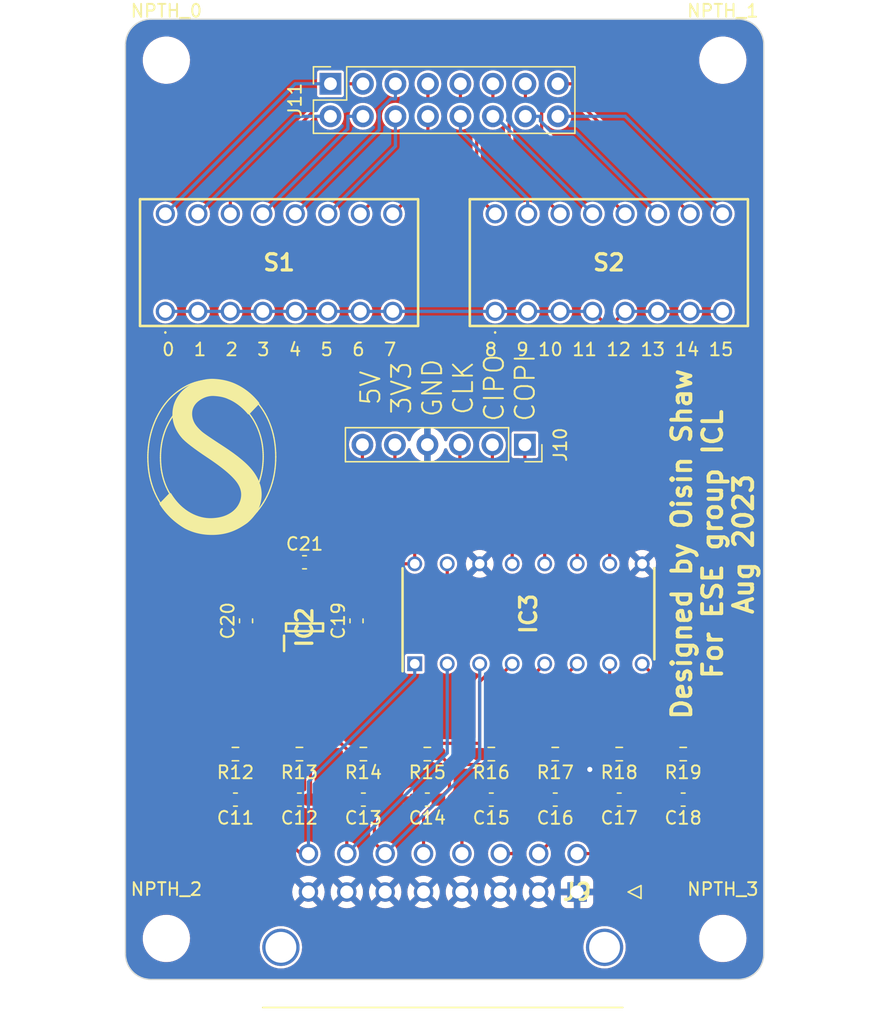
<source format=kicad_pcb>
(kicad_pcb (version 20211014) (generator pcbnew)
  (layers (0 "F.Cu" signal) (31 "B.Cu" signal) (34 "B.Paste" user) (35 "F.Paste" user) (36 "B.SilkS" user "B.Silkscreen") (37 "F.SilkS" user "F.Silkscreen") (38 "B.Mask" user) (39 "F.Mask" user) (44 "Edge.Cuts" user))
  (net 0 "")
  (net 1 "NTC_ADC_CH0")
  (net 2 "GNDD")
  (net 3 "NTC_ADC_CH1")
  (net 4 "NTC_ADC_CH2")
  (net 5 "NTC_ADC_CH3")
  (net 6 "NTC_ADC_CH4")
  (net 7 "NTC_ADC_CH5")
  (net 8 "NTC_ADC_CH6")
  (net 9 "NTC_ADC_CH7")
  (net 10 "+3.3V")
  (net 11 "3V3_ref_NTC_ADC")
  (net 12 "+5V")
  (net 13 "NTC_ADC_CS")
  (net 14 "ADC_SPI_MOSI")
  (net 15 "ADC_SPI_MISO")
  (net 16 "ADC_SPI_CLK")
  (net 17 "NTC_ADC_CS_00")
  (net 18 "NTC_ADC_CS_01")
  (net 19 "NTC_ADC_CS_02")
  (net 20 "NTC_ADC_CS_03")
  (net 21 "NTC_ADC_CS_04")
  (net 22 "NTC_ADC_CS_05")
  (net 23 "NTC_ADC_CS_06")
  (net 24 "NTC_ADC_CS_07")
  (net 25 "NTC_ADC_CS_08")
  (net 26 "NTC_ADC_CS_09")
  (net 27 "NTC_ADC_CS_10")
  (net 28 "NTC_ADC_CS_11")
  (net 29 "NTC_ADC_CS_12")
  (net 30 "NTC_ADC_CS_13")
  (net 31 "NTC_ADC_CS_14")
  (net 32 "NTC_ADC_CS_15")
  (footprint "Connector_PinSocket_2.54mm:PinSocket_2x08_P2.54mm_Vertical" (layer "F.Cu") (at 34.3251 32.1464 90)
    (fp_text reference "J11")
    (fp_text value "NTC_ADC_CS_Conn")
  )
  (footprint "Capacitor_SMD:C_0603_1608Metric_Pad1.08x0.95mm_HandSolder" (layer "F.Cu") (at 46.9 88.056 180)
    (fp_text reference "C15")
    (fp_text value "10 nF")
  )
  (footprint "MountingHole:MountingHole_3.2mm_M3_ISO7380" (layer "F.Cu") (at 65 98.9)
    (fp_text reference "NPTH_3")
    (fp_text value "MountingHole_3.2mm_M3_ISO7380")
  )
  (footprint "Capacitor_SMD:C_0603_1608Metric_Pad1.08x0.95mm_HandSolder" (layer "F.Cu") (at 27.728 74.092 90)
    (fp_text reference "C20")
    (fp_text value "10 nF")
  )
  (footprint "Resistor_SMD:R_0603_1608Metric_Pad0.98x0.95mm_HandSolder" (layer "F.Cu") (at 31.9 84.5 180)
    (fp_text reference "R13")
    (fp_text value "6.8k")
  )
  (footprint "Resistor_SMD:R_0603_1608Metric_Pad0.98x0.95mm_HandSolder" (layer "F.Cu") (at 36.9 84.5 180)
    (fp_text reference "R14")
    (fp_text value "6.8k")
  )
  (footprint "Capacitor_SMD:C_0603_1608Metric_Pad1.08x0.95mm_HandSolder" (layer "F.Cu") (at 36.9 88.056 180)
    (fp_text reference "C13")
    (fp_text value "10 nF")
  )
  (footprint "SamacSys_Parts:DS01C254S08BE" (layer "F.Cu") (at 47.2001 49.9214)
    (fp_text reference "S2")
    (fp_text value "DS01C-254-S-08BE" hide)
  )
  (footprint "MountingHole:MountingHole_3.2mm_M3_ISO7380" (layer "F.Cu") (at 21.5 30.3)
    (fp_text reference "NPTH_0")
    (fp_text value "MountingHole_3.2mm_M3_ISO7380")
  )
  (footprint "Capacitor_SMD:C_0603_1608Metric_Pad1.08x0.95mm_HandSolder" (layer "F.Cu") (at 32.3 69.52)
    (fp_text reference "C21")
    (fp_text value "1 uF")
  )
  (footprint "Capacitor_SMD:C_0603_1608Metric_Pad1.08x0.95mm_HandSolder" (layer "F.Cu") (at 31.9 88.056 180)
    (fp_text reference "C12")
    (fp_text value "10 nF")
  )
  (footprint "Resistor_SMD:R_0603_1608Metric_Pad0.98x0.95mm_HandSolder" (layer "F.Cu") (at 26.9 84.5 180)
    (fp_text reference "R12")
    (fp_text value "6.8k")
  )
  (footprint "SamacSys_Parts:DS01C254S08BE" (layer "F.Cu") (at 21.4201 49.9214)
    (fp_text reference "S1")
    (fp_text value "DS01C-254-S-08BE" hide)
  )
  (footprint "Connector_PinSocket_2.54mm:PinSocket_1x06_P2.54mm_Vertical" (layer "F.Cu") (at 49.5251 60.3354 -90)
    (fp_text reference "J10")
    (fp_text value "NTC_ADC_Conn")
  )
  (footprint "Capacitor_SMD:C_0603_1608Metric_Pad1.08x0.95mm_HandSolder" (layer "F.Cu") (at 36.364 74.092 90)
    (fp_text reference "C19")
    (fp_text value "10 nF")
  )
  (footprint "Resistor_SMD:R_0603_1608Metric_Pad0.98x0.95mm_HandSolder" (layer "F.Cu") (at 56.9 84.5 180)
    (fp_text reference "R18")
    (fp_text value "6.8k")
  )
  (footprint "SamacSys_Parts:SOT95P280X145-6N" (layer "F.Cu") (at 32.3 74.6 90)
    (fp_text reference "IC2")
    (fp_text value "REF3433IDBVR" hide)
  )
  (footprint "Resistor_SMD:R_0603_1608Metric_Pad0.98x0.95mm_HandSolder" (layer "F.Cu") (at 41.9 84.5 180)
    (fp_text reference "R15")
    (fp_text value "6.8k")
  )
  (footprint "Capacitor_SMD:C_0603_1608Metric_Pad1.08x0.95mm_HandSolder" (layer "F.Cu") (at 56.9 88.056 180)
    (fp_text reference "C17")
    (fp_text value "10 nF")
  )
  (footprint "SamacSys_Parts:DIP781W56P254L1918H533Q16N" (layer "F.Cu") (at 49.804 73.5434 90)
    (fp_text reference "IC3")
    (fp_text value "MCP3304-CI_P" hide)
  )
  (footprint "Capacitor_SMD:C_0603_1608Metric_Pad1.08x0.95mm_HandSolder" (layer "F.Cu") (at 61.9 88.056 180)
    (fp_text reference "C18")
    (fp_text value "10 nF")
  )
  (footprint "Capacitor_SMD:C_0603_1608Metric_Pad1.08x0.95mm_HandSolder" (layer "F.Cu") (at 41.9 88.056 180)
    (fp_text reference "C14")
    (fp_text value "10 nF")
  )
  (footprint "Capacitor_SMD:C_0603_1608Metric_Pad1.08x0.95mm_HandSolder" (layer "F.Cu") (at 51.9 88.056 180)
    (fp_text reference "C16")
    (fp_text value "10 nF")
  )
  (footprint "Resistor_SMD:R_0603_1608Metric_Pad0.98x0.95mm_HandSolder" (layer "F.Cu") (at 46.9 84.5 180)
    (fp_text reference "R16")
    (fp_text value "6.8k")
  )
  (footprint "Resistor_SMD:R_0603_1608Metric_Pad0.98x0.95mm_HandSolder" (layer "F.Cu") (at 61.9 84.5 180)
    (fp_text reference "R19")
    (fp_text value "6.8k")
  )
  (footprint "Resistor_SMD:R_0603_1608Metric_Pad0.98x0.95mm_HandSolder" (layer "F.Cu") (at 51.9 84.5 180)
    (fp_text reference "R17")
    (fp_text value "6.8k")
  )
  (footprint "Capacitor_SMD:C_0603_1608Metric_Pad1.08x0.95mm_HandSolder" (layer "F.Cu") (at 26.9 88.056 180)
    (fp_text reference "C11")
    (fp_text value "10 nF")
  )
  (footprint "MountingHole:MountingHole_3.2mm_M3_ISO7380" (layer "F.Cu") (at 21.5 98.9)
    (fp_text reference "NPTH_2")
    (fp_text value "MountingHole_3.2mm_M3_ISO7380")
  )
  (footprint "MountingHole:MountingHole_3.2mm_M3_ISO7380" (layer "F.Cu") (at 65 30.3)
    (fp_text reference "NPTH_1")
    (fp_text value "MountingHole_3.2mm_M3_ISO7380")
  )
  (footprint "SamacSys_Parts:43045-16YY_212223" (layer "F.Cu") (at 53.6033 95.272)
    (fp_text reference "J9")
    (fp_text value "NTC_Conn" hide)
  )
  (gr_line (start 29.997604 60.361094) (end 30.025966 60.661902) (layer "F.SilkS") (width 0.100427))
  (gr_line (start 22.065721 64.598432) (end 22.207179 64.776576) (layer "F.SilkS") (width 0.100427))
  (gr_line (start 29.090023 57.696679) (end 29.231833 57.935002) (layer "F.SilkS") (width 0.100427))
  (gr_line (start 27.302462 65.361263) (end 27.412052 65.271448) (layer "F.SilkS") (width 0.100427))
  (gr_line (start 23.706059 55.487527) (end 23.861282 55.440663) (layer "F.SilkS") (width 0.100427))
  (gr_line (start 20.414546 63.623452) (end 20.32946 63.357556) (layer "F.SilkS") (width 0.100427))
  (gr_line (start 20.051509 61.336615) (end 20.051509 61.336615) (layer "F.SilkS") (width 0.100427))
  (gr_line (start 29.906847 62.775538) (end 29.844451 63.056357) (layer "F.SilkS") (width 0.100427))
  (gr_line (start 26.506559 55.531084) (end 26.740287 55.619018) (layer "F.SilkS") (width 0.100427))
  (gr_line (start 27.72116 64.9798) (end 27.817641 64.875183) (layer "F.SilkS") (width 0.100427))
  (gr_line (start 28.596522 57.019202) (end 28.596522 57.019202) (layer "F.SilkS") (width 0.100427))
  (gr_line (start 28.900278 62.741135) (end 28.935422 62.586803) (layer "F.SilkS") (width 0.100427))
  (gr_line (start 20.32946 63.357556) (end 20.255718 63.085958) (layer "F.SilkS") (width 0.100427))
  (gr_line (start 25.577392 67.257417) (end 25.324301 67.277891) (layer "F.SilkS") (width 0.100427))
  (gr_line (start 28.596522 65.537558) (end 28.596522 65.537558) (layer "F.SilkS") (width 0.100427))
  (gr_line (start 21.206473 59.871462) (end 21.17133 60.026249) (layer "F.SilkS") (width 0.100427))
  (gr_line (start 25.821183 56.498566) (end 25.692256 56.470205) (layer "F.SilkS") (width 0.100427))
  (gr_line (start 22.664452 65.251584) (end 22.824339 65.38808) (layer "F.SilkS") (width 0.100427))
  (gr_line (start 20.97588 57.779425) (end 21.072035 57.620512) (layer "F.SilkS") (width 0.100427))
  (gr_line (start 28.401045 58.559727) (end 28.327254 58.43054) (layer "F.SilkS") (width 0.100427))
  (gr_line (start 28.935422 59.989362) (end 28.900278 59.837032) (layer "F.SilkS") (width 0.100427))
  (gr_line (start 22.923575 57.150081) (end 22.810632 57.237955) (layer "F.SilkS") (width 0.100427))
  (gr_line (start 21.327799 65.32505) (end 21.163301 65.099072) (layer "F.SilkS") (width 0.100427))
  (gr_line (start 29.362298 64.371273) (end 29.231833 64.61642) (layer "F.SilkS") (width 0.100427))
  (gr_line (start 29.049123 60.781954) (end 29.034652 60.61931) (layer "F.SilkS") (width 0.100427))
  (gr_line (start 21.408634 63.426379) (end 21.495332 63.634006) (layer "F.SilkS") (width 0.100427))
  (gr_line (start 29.034652 60.61931) (end 29.016047 60.458729) (layer "F.SilkS") (width 0.100427))
  (gr_line (start 22.508297 65.104167) (end 22.664452 65.251584) (layer "F.SilkS") (width 0.100427))
  (gr_line (start 21.876958 65.952995) (end 21.687728 65.755955) (layer "F.SilkS") (width 0.100427))
  (gr_line (start 24.514869 56.447005) (end 24.387227 56.47021) (layer "F.SilkS") (width 0.100427))
  (gr_line (start 25.034007 66.1743) (end 25.034007 66.1743) (layer "F.SilkS") (width 0.100427))
  (gr_line (start 24.772724 56.416066) (end 24.643368 56.428957) (layer "F.SilkS") (width 0.100427))
  (gr_line (start 21.493964 57.032788) (end 21.608774 56.897838) (layer "F.SilkS") (width 0.100427))
  (gr_line (start 21.336707 59.419112) (end 21.289162 59.567893) (layer "F.SilkS") (width 0.100427))
  (gr_line (start 30.048655 61.282263) (end 30.042983 61.592809) (layer "F.SilkS") (width 0.100427))
  (gr_line (start 23.155306 65.628314) (end 23.326386 65.732051) (layer "F.SilkS") (width 0.100427))
  (gr_line (start 21.203296 62.774016) (end 21.262615 62.996384) (layer "F.SilkS") (width 0.100427))
  (gr_line (start 20.102561 62.236949) (end 20.074199 61.94254) (layer "F.SilkS") (width 0.100427))
  (gr_line (start 21.933391 64.415374) (end 22.065721 64.598432) (layer "F.SilkS") (width 0.100427))
  (gr_line (start 20.794765 58.111628) (end 20.883457 57.94313) (layer "F.SilkS") (width 0.100427))
  (gr_line (start 27.209255 66.731905) (end 26.991107 66.847927) (layer "F.SilkS") (width 0.100427))
  (gr_line (start 28.596522 65.537558) (end 28.413316 65.749128) (layer "F.SilkS") (width 0.100427))
  (gr_line (start 26.819929 56.911087) (end 26.698262 56.841474) (layer "F.SilkS") (width 0.100427))
  (gr_line (start 25.034007 56.405753) (end 24.902937 56.408331) (layer "F.SilkS") (width 0.100427))
  (gr_line (start 29.481418 58.430394) (end 29.589194 58.687463) (layer "F.SilkS") (width 0.100427))
  (gr_line (start 20.144083 60.13581) (end 20.177512 59.942258) (layer "F.SilkS") (width 0.100427))
  (gr_line (start 29.77071 63.33123) (end 29.685624 63.600159) (layer "F.SilkS") (width 0.100427))
  (gr_line (start 29.016047 62.112159) (end 29.034652 61.950062) (layer "F.SilkS") (width 0.100427))
  (gr_line (start 21.382885 57.17253) (end 21.493964 57.032788) (layer "F.SilkS") (width 0.100427))
  (gr_line (start 25.441966 66.151642) (end 25.57533 66.134019) (layer "F.SilkS") (width 0.100427))
  (gr_line (start 23.4 55.6) (end 23.552299 55.540639) (layer "F.SilkS") (width 0.100427))
  (gr_line (start 21.080094 62.077428) (end 21.112035 62.314538) (layer "F.SilkS") (width 0.100427))
  (gr_line (start 29.049123 61.786023) (end 29.05946 61.620043) (layer "F.SilkS") (width 0.100427))
  (gr_line (start 23.249164 55.665609) (end 23.4 55.6) (layer "F.SilkS") (width 0.100427))
  (gr_line (start 28.471458 58.692372) (end 28.401045 58.559727) (layer "F.SilkS") (width 0.100427))
  (gr_line (start 28.770036 63.192484) (end 28.817585 63.043976) (layer "F.SilkS") (width 0.100427))
  (gr_line (start 25.034007 66.1743) (end 25.171304 66.171782) (layer "F.SilkS") (width 0.100427))
  (gr_line (start 20.2598 59.560796) (end 20.308657 59.372886) (layer "F.SilkS") (width 0.100427))
  (gr_line (start 29.05946 61.620043) (end 29.065662 61.452122) (layer "F.SilkS") (width 0.100427))
  (gr_line (start 21.568233 58.844004) (end 21.568233 58.844004) (layer "F.SilkS") (width 0.100427))
  (gr_line (start 21.568233 58.844004) (end 21.50415 58.984778) (layer "F.SilkS") (width 0.100427))
  (gr_line (start 27.511111 57.423465) (end 27.403536 57.328858) (layer "F.SilkS") (width 0.100427))
  (gr_line (start 29.685624 58.95078) (end 29.77071 59.220346) (layer "F.SilkS") (width 0.100427))
  (gr_line (start 28.327254 58.43054) (end 28.250085 58.304811) (layer "F.SilkS") (width 0.100427))
  (gr_line (start 27.191254 55.835472) (end 27.408494 55.963991) (layer "F.SilkS") (width 0.100427))
  (gr_line (start 24.017967 55.400047) (end 24.176114 55.36568) (layer "F.SilkS") (width 0.100427))
  (gr_line (start 29.231833 64.61642) (end 29.090023 64.855623) (layer "F.SilkS") (width 0.100427))
  (gr_line (start 21.090708 60.502621) (end 21.072103 60.665416) (layer "F.SilkS") (width 0.100427))
  (gr_line (start 22.294317 57.731011) (end 22.200734 57.84036) (layer "F.SilkS") (width 0.100427))
  (gr_line (start 22.207179 64.776576) (end 22.355872 64.945831) (layer "F.SilkS") (width 0.100427))
  (gr_line (start 25.171304 66.171782) (end 25.307291 66.16423) (layer "F.SilkS") (width 0.100427))
  (gr_line (start 21.113448 60.341829) (end 21.090708 60.502621) (layer "F.SilkS") (width 0.100427))
  (gr_line (start 21.047296 60.997012) (end 21.041094 61.165813) (layer "F.SilkS") (width 0.100427))
  (gr_line (start 27.826486 56.261614) (end 28.027239 56.430719) (layer "F.SilkS") (width 0.100427))
  (gr_line (start 21.810186 64.227403) (end 21.933391 64.415374) (layer "F.SilkS") (width 0.100427))
  (gr_line (start 20.051509 61.336615) (end 20.05408 61.131779) (layer "F.SilkS") (width 0.100427))
  (gr_line (start 21.072035 57.620512) (end 21.17192 57.466392) (layer "F.SilkS") (width 0.100427))
  (gr_line (start 27.620238 56.106038) (end 27.826486 56.261614) (layer "F.SilkS") (width 0.100427))
  (gr_line (start 20.115796 60.331242) (end 20.144083 60.13581) (layer "F.SilkS") (width 0.100427))
  (gr_line (start 26.267336 55.456678) (end 26.506559 55.531084) (layer "F.SilkS") (width 0.100427))
  (gr_line (start 22.200734 57.84036) (end 22.110378 57.953289) (layer "F.SilkS") (width 0.100427))
  (gr_line (start 21.039027 61.336615) (end 21.04359 61.588467) (layer "F.SilkS") (width 0.100427))
  (gr_line (start 20.709804 58.284918) (end 20.794765 58.111628) (layer "F.SilkS") (width 0.100427))
  (gr_line (start 24.297943 67.223566) (end 24.052138 67.176005) (layer "F.SilkS") (width 0.100427))
  (gr_line (start 26.716617 65.748825) (end 26.836872 65.680849) (layer "F.SilkS") (width 0.100427))
  (gr_line (start 22.105326 56.405965) (end 22.238792 56.294978) (layer "F.SilkS") (width 0.100427))
  (gr_line (start 25.034007 56.405749) (end 25.034007 56.405749) (layer "F.SilkS") (width 0.100427))
  (gr_line (start 25.307291 66.16423) (end 25.441966 66.151642) (layer "F.SilkS") (width 0.100427))
  (gr_line (start 28.817585 63.043976) (end 28.860998 62.893526) (layer "F.SilkS") (width 0.100427))
  (gr_line (start 26.472173 65.869671) (end 26.595051 65.811766) (layer "F.SilkS") (width 0.100427))
  (gr_line (start 23.157956 56.985861) (end 23.039744 57.065787) (layer "F.SilkS") (width 0.100427))
  (gr_line (start 26.575687 56.777017) (end 26.452205 56.717717) (layer "F.SilkS") (width 0.100427))
  (gr_line (start 25.066218 67.284716) (end 24.804984 67.277922) (layer "F.SilkS") (width 0.100427))
  (gr_line (start 26.222487 65.970375) (end 26.347986 65.92254) (layer "F.SilkS") (width 0.100427))
  (gr_line (start 28.225118 65.947048) (end 28.031928 66.131319) (layer "F.SilkS") (width 0.100427))
  (gr_line (start 27.403536 57.328858) (end 27.292583 57.237708) (layer "F.SilkS") (width 0.100427))
  (gr_line (start 28.993307 60.300211) (end 28.966432 60.143755) (layer "F.SilkS") (width 0.100427))
  (gr_line (start 26.095677 66.013174) (end 26.222487 65.970375) (layer "F.SilkS") (width 0.100427))
  (gr_line (start 27.073451 65.529792) (end 27.073451 65.529792) (layer "F.SilkS") (width 0.100427))
  (gr_line (start 24.237753 66.086942) (end 24.43122 66.125161) (layer "F.SilkS") (width 0.100427))
  (gr_line (start 20.618753 64.138135) (end 20.510977 63.883645) (layer "F.SilkS") (width 0.100427))
  (gr_line (start 21.289162 59.567893) (end 21.24575 59.718676) (layer "F.SilkS") (width 0.100427))
  (gr_line (start 24.048017 66.037803) (end 24.237753 66.086942) (layer "F.SilkS") (width 0.100427))
  (gr_line (start 29.589194 58.687463) (end 29.685624 58.95078) (layer "F.SilkS") (width 0.100427))
  (gr_line (start 27.189595 65.447378) (end 27.302462 65.361263) (layer "F.SilkS") (width 0.100427))
  (gr_line (start 28.772367 57.238779) (end 28.936867 57.464605) (layer "F.SilkS") (width 0.100427))
  (gr_line (start 20.074199 61.94254) (end 20.057181 61.642429) (layer "F.SilkS") (width 0.100427))
  (gr_line (start 23.861282 55.440663) (end 24.017967 55.400047) (layer "F.SilkS") (width 0.100427))
  (gr_line (start 28.966432 62.43053) (end 28.993307 62.272315) (layer "F.SilkS") (width 0.100427))
  (gr_line (start 20.510977 63.883645) (end 20.414546 63.623452) (layer "F.SilkS") (width 0.100427))
  (gr_line (start 28.169537 58.18254) (end 28.085611 58.063727) (layer "F.SilkS") (width 0.100427))
  (gr_line (start 22.071331 66.136447) (end 21.876958 65.952995) (layer "F.SilkS") (width 0.100427))
  (gr_line (start 29.957898 60.066534) (end 29.997604 60.361094) (layer "F.SilkS") (width 0.100427))
  (gr_line (start 29.067729 61.28226) (end 29.067729 61.28226) (layer "F.SilkS") (width 0.100427))
  (gr_line (start 21.706997 58.571618) (end 21.636001 58.706022) (layer "F.SilkS") (width 0.100427))
  (gr_line (start 28.401246 64.039248) (end 28.471509 63.905026) (layer "F.SilkS") (width 0.100427))
  (gr_line (start 28.538493 58.828475) (end 28.471458 58.692372) (layer "F.SilkS") (width 0.100427))
  (gr_line (start 28.413316 65.749128) (end 28.225118 65.947048) (layer "F.SilkS") (width 0.100427))
  (gr_line (start 24.548892 67.257538) (end 24.297943 67.223566) (layer "F.SilkS") (width 0.100427))
  (gr_line (start 28.993307 62.272315) (end 29.016047 62.112159) (layer "F.SilkS") (width 0.100427))
  (gr_line (start 24.643368 56.428957) (end 24.514869 56.447005) (layer "F.SilkS") (width 0.100427))
  (gr_line (start 20.630089 58.461545) (end 20.709804 58.284918) (layer "F.SilkS") (width 0.100427))
  (gr_line (start 24.902937 56.408331) (end 24.772724 56.416066) (layer "F.SilkS") (width 0.100427))
  (gr_line (start 28.250889 64.296589) (end 28.327707 64.169769) (layer "F.SilkS") (width 0.100427))
  (gr_line (start 21.24575 59.718676) (end 21.206473 59.871462) (layer "F.SilkS") (width 0.100427))
  (gr_line (start 29.090023 64.855623) (end 28.936867 65.08888) (layer "F.SilkS") (width 0.100427))
  (gr_line (start 28.170794 64.419709) (end 28.250889 64.296589) (layer "F.SilkS") (width 0.100427))
  (gr_line (start 22.594426 57.42444) (end 22.491163 57.523051) (layer "F.SilkS") (width 0.100427))
  (gr_line (start 22.516917 56.087382) (end 22.660442 55.990531) (layer "F.SilkS") (width 0.100427))
  (gr_line (start 22.805429 55.899928) (end 22.951879 55.815573) (layer "F.SilkS") (width 0.100427))
  (gr_line (start 29.231833 57.935002) (end 29.362298 58.179574) (layer "F.SilkS") (width 0.100427))
  (gr_line (start 23.811475 67.114854) (end 23.575956 67.040115) (layer "F.SilkS") (width 0.100427))
  (gr_line (start 23.277025 56.911092) (end 23.157956 56.985861) (layer "F.SilkS") (width 0.100427))
  (gr_line (start 28.772367 65.316192) (end 28.596522 65.537558) (layer "F.SilkS") (width 0.100427))
  (gr_line (start 25.838126 66.083667) (end 25.967557 66.050938) (layer "F.SilkS") (width 0.100427))
  (gr_line (start 22.491163 57.523051) (end 22.391127 57.625242) (layer "F.SilkS") (width 0.100427))
  (gr_line (start 28.538493 58.828475) (end 28.538493 58.828475) (layer "F.SilkS") (width 0.100427))
  (gr_line (start 29.016047 60.458729) (end 28.993307 60.300211) (layer "F.SilkS") (width 0.100427))
  (gr_line (start 26.767968 66.950299) (end 26.539836 67.039022) (layer "F.SilkS") (width 0.100427))
  (gr_line (start 27.073451 65.529792) (end 27.189595 65.447378) (layer "F.SilkS") (width 0.100427))
  (gr_line (start 21.17192 57.466392) (end 21.275537 57.317065) (layer "F.SilkS") (width 0.100427))
  (gr_line (start 20.555517 58.640052) (end 20.630089 58.461545) (layer "F.SilkS") (width 0.100427))
  (gr_line (start 20.362658 59.186857) (end 20.421802 59.002708) (layer "F.SilkS") (width 0.100427))
  (gr_line (start 23.575956 67.040115) (end 23.34558 66.951786) (layer "F.SilkS") (width 0.100427))
  (gr_line (start 28.250085 58.304811) (end 28.169537 58.18254) (layer "F.SilkS") (width 0.100427))
  (gr_line (start 20.486088 58.820439) (end 20.555517 58.640052) (layer "F.SilkS") (width 0.100427))
  (gr_line (start 28.000773 64.654847) (end 28.087422 64.539128) (layer "F.SilkS") (width 0.100427))
  (gr_line (start 23.326386 65.732051) (end 23.501197 65.824869) (layer "F.SilkS") (width 0.100427))
  (gr_line (start 28.327707 64.169769) (end 28.401246 64.039248) (layer "F.SilkS") (width 0.100427))
  (gr_line (start 22.475508 66.462583) (end 22.270848 66.306309) (layer "F.SilkS") (width 0.100427))
  (gr_line (start 24.335723 55.337562) (end 24.496794 55.315692) (layer "F.SilkS") (width 0.100427))
  (gr_line (start 25.967557 66.050938) (end 26.095677 66.013174) (layer "F.SilkS") (width 0.100427))
  (gr_line (start 22.700916 57.329408) (end 22.594426 57.42444) (layer "F.SilkS") (width 0.100427))
  (gr_line (start 22.355872 64.945831) (end 22.508297 65.104167) (layer "F.SilkS") (width 0.100427))
  (gr_line (start 21.849588 56.642317) (end 21.975592 56.521745) (layer "F.SilkS") (width 0.100427))
  (gr_line (start 25.300029 56.416062) (end 25.167472 56.408327) (layer "F.SilkS") (width 0.100427))
  (gr_line (start 28.662534 59.10632) (end 28.602581 58.966366) (layer "F.SilkS") (width 0.100427))
  (gr_line (start 22.110378 57.953289) (end 22.023248 58.069796) (layer "F.SilkS") (width 0.100427))
  (gr_line (start 29.844451 63.056357) (end 29.77071 63.33123) (layer "F.SilkS") (width 0.100427))
  (gr_line (start 20.05408 61.131779) (end 20.061795 60.928824) (layer "F.SilkS") (width 0.100427))
  (gr_line (start 27.716124 57.623054) (end 27.615307 57.521531) (layer "F.SilkS") (width 0.100427))
  (gr_line (start 29.997604 62.196064) (end 29.957898 62.488773) (layer "F.SilkS") (width 0.100427))
  (gr_line (start 22.270848 66.306309) (end 22.071331 66.136447) (layer "F.SilkS") (width 0.100427))
  (gr_line (start 26.327815 56.663574) (end 26.202518 56.614587) (layer "F.SilkS") (width 0.100427))
  (gr_line (start 22.987957 65.513657) (end 23.155306 65.628314) (layer "F.SilkS") (width 0.100427))
  (gr_line (start 20.092653 60.528556) (end 20.115796 60.331242) (layer "F.SilkS") (width 0.100427))
  (gr_line (start 20.255718 63.085958) (end 20.193321 62.808658) (layer "F.SilkS") (width 0.100427))
  (gr_line (start 21.010147 64.867391) (end 20.868338 64.630008) (layer "F.SilkS") (width 0.100427))
  (gr_poly (pts (xy 21.069073 64.956029) (xy 21.069072 64.956031) (xy 21.069072 64.956027)) (layer "F.SilkS") (width 0.2) (fill solid))
  (gr_line (start 27.621401 65.080717) (end 27.72116 64.9798) (layer "F.SilkS") (width 0.100427))
  (gr_line (start 25.562421 56.447001) (end 25.431679 56.428953) (layer "F.SilkS") (width 0.100427))
  (gr_line (start 27.178252 57.150017) (end 27.060542 57.065783) (layer "F.SilkS") (width 0.100427))
  (gr_line (start 25.57533 66.134019) (end 25.707383 66.11136) (layer "F.SilkS") (width 0.100427))
  (gr_line (start 29.065662 61.452122) (end 29.067729 61.28226) (layer "F.SilkS") (width 0.100427))
  (gr_line (start 22.824339 65.38808) (end 22.987957 65.513657) (layer "F.SilkS") (width 0.100427))
  (gr_line (start 21.608774 56.897838) (end 21.727316 56.767681) (layer "F.SilkS") (width 0.100427))
  (gr_line (start 21.275537 57.317065) (end 21.382885 57.17253) (layer "F.SilkS") (width 0.100427))
  (gr_line (start 22.900257 66.734363) (end 22.685311 66.605267) (layer "F.SilkS") (width 0.100427))
  (gr_line (start 26.347986 65.92254) (end 26.472173 65.869671) (layer "F.SilkS") (width 0.100427))
  (gr_line (start 28.860998 62.893526) (end 28.900278 62.741135) (layer "F.SilkS") (width 0.100427))
  (gr_line (start 23.039744 57.065787) (end 23.039744 57.065787) (layer "F.SilkS") (width 0.100427))
  (gr_line (start 21.041094 61.165813) (end 21.039027 61.336615) (layer "F.SilkS") (width 0.100427))
  (gr_line (start 23.120347 66.849869) (end 22.900257 66.734363) (layer "F.SilkS") (width 0.100427))
  (gr_line (start 25.324301 67.277891) (end 25.066218 67.284716) (layer "F.SilkS") (width 0.100427))
  (gr_line (start 29.685624 63.600159) (end 29.589194 63.863142) (layer "F.SilkS") (width 0.100427))
  (gr_line (start 25.034007 56.405749) (end 25.034007 56.405753) (layer "F.SilkS") (width 0.100427))
  (gr_line (start 29.362298 58.179574) (end 29.481418 58.430394) (layer "F.SilkS") (width 0.100427))
  (gr_line (start 20.868338 64.630008) (end 20.737873 64.386923) (layer "F.SilkS") (width 0.100427))
  (gr_line (start 21.495332 63.634006) (end 21.591157 63.836719) (layer "F.SilkS") (width 0.100427))
  (gr_line (start 27.060542 57.065783) (end 26.940689 56.985857) (layer "F.SilkS") (width 0.100427))
  (gr_line (start 28.718353 63.339051) (end 28.770036 63.192484) (layer "F.SilkS") (width 0.100427))
  (gr_line (start 20.193321 62.808658) (end 20.142269 62.525654) (layer "F.SilkS") (width 0.100427))
  (gr_line (start 28.900278 59.837032) (end 28.860998 59.686764) (layer "F.SilkS") (width 0.100427))
  (gr_line (start 25.825491 67.223293) (end 25.577392 67.257417) (layer "F.SilkS") (width 0.100427))
  (gr_line (start 28.596522 57.019202) (end 28.772367 57.238779) (layer "F.SilkS") (width 0.100427))
  (gr_line (start 23.501197 65.824869) (end 23.679739 65.906767) (layer "F.SilkS") (width 0.100427))
  (gr_line (start 25.255483 55.294338) (end 25.51669 55.31463) (layer "F.SilkS") (width 0.100427))
  (gr_line (start 21.072103 60.665416) (end 21.057632 60.830213) (layer "F.SilkS") (width 0.100427))
  (gr_line (start 26.539836 67.039022) (end 26.306713 67.114095) (layer "F.SilkS") (width 0.100427))
  (gr_line (start 24.628418 66.15246) (end 24.829347 66.16884) (layer "F.SilkS") (width 0.100427))
  (gr_line (start 20.737873 64.386923) (end 20.618753 64.138135) (layer "F.SilkS") (width 0.100427))
  (gr_line (start 27.422411 66.602233) (end 27.209255 66.731905) (layer "F.SilkS") (width 0.100427))
  (gr_line (start 28.538493 63.767104) (end 28.538493 63.767104) (layer "F.SilkS") (width 0.100427))
  (gr_line (start 24.829347 66.16884) (end 25.034007 66.1743) (layer "F.SilkS") (width 0.100427))
  (gr_line (start 22.391127 57.625242) (end 22.294317 57.731011) (layer "F.SilkS") (width 0.100427))
  (gr_line (start 24.134515 56.532088) (end 24.009444 56.570762) (layer "F.SilkS") (width 0.100427))
  (gr_line (start 24.496794 55.315692) (end 24.659328 55.300071) (layer "F.SilkS") (width 0.100427))
  (gr_line (start 30.025966 61.897409) (end 29.997604 62.196064) (layer "F.SilkS") (width 0.100427))
  (gr_line (start 21.939345 58.189883) (end 21.858669 58.313548) (layer "F.SilkS") (width 0.100427))
  (gr_line (start 28.817585 59.538559) (end 28.770036 59.392416) (layer "F.SilkS") (width 0.100427))
  (gr_line (start 22.810632 57.237955) (end 22.700916 57.329408) (layer "F.SilkS") (width 0.100427))
  (gr_line (start 23.761875 56.663579) (end 23.639376 56.717723) (layer "F.SilkS") (width 0.100427))
  (gr_line (start 24.387227 56.47021) (end 24.260442 56.49857) (layer "F.SilkS") (width 0.100427))
  (gr_line (start 27.998307 57.948372) (end 27.907624 57.836475) (layer "F.SilkS") (width 0.100427))
  (gr_line (start 28.087422 64.539128) (end 28.170794 64.419709) (layer "F.SilkS") (width 0.100427))
  (gr_line (start 28.936867 65.08888) (end 28.772367 65.316192) (layer "F.SilkS") (width 0.100427))
  (gr_line (start 21.04359 61.588467) (end 21.057279 61.835404) (layer "F.SilkS") (width 0.100427))
  (gr_line (start 24.98878 55.287573) (end 24.98878 55.287573) (layer "F.SilkS") (width 0.100427))
  (gr_line (start 28.602581 58.966366) (end 28.538493 58.828475) (layer "F.SilkS") (width 0.100427))
  (gr_line (start 26.836872 65.680849) (end 26.955817 65.607838) (layer "F.SilkS") (width 0.100427))
  (gr_line (start 28.027239 56.430719) (end 28.222496 56.613352) (layer "F.SilkS") (width 0.100427))
  (gr_line (start 22.516917 56.087382) (end 22.516917 56.087382) (layer "F.SilkS") (width 0.100427))
  (gr_line (start 20.177512 59.942258) (end 20.216084 59.750587) (layer "F.SilkS") (width 0.100427))
  (gr_line (start 25.431679 56.428953) (end 25.300029 56.416062) (layer "F.SilkS") (width 0.100427))
  (gr_line (start 23.396951 56.841479) (end 23.277025 56.911092) (layer "F.SilkS") (width 0.100427))
  (gr_line (start 22.238792 56.294978) (end 22.375989 56.188784) (layer "F.SilkS") (width 0.100427))
  (gr_line (start 21.727316 56.767681) (end 21.849588 56.642317) (layer "F.SilkS") (width 0.100427))
  (gr_line (start 22.660442 55.990531) (end 22.805429 55.899928) (layer "F.SilkS") (width 0.100427))
  (gr_line (start 21.503642 65.545325) (end 21.327799 65.32505) (layer "F.SilkS") (width 0.100427))
  (gr_line (start 21.687728 65.755955) (end 21.503642 65.545325) (layer "F.SilkS") (width 0.100427))
  (gr_line (start 20.883457 57.94313) (end 20.97588 57.779425) (layer "F.SilkS") (width 0.100427))
  (gr_line (start 21.696108 64.034518) (end 21.810186 64.227403) (layer "F.SilkS") (width 0.100427))
  (gr_line (start 26.991107 66.847927) (end 26.767968 66.950299) (layer "F.SilkS") (width 0.100427))
  (gr_line (start 20.061795 60.928824) (end 20.074652 60.72775) (layer "F.SilkS") (width 0.100427))
  (gr_line (start 30.042983 60.968958) (end 30.048655 61.282263) (layer "F.SilkS") (width 0.100427))
  (gr_line (start 21.140322 60.183038) (end 21.113448 60.341829) (layer "F.SilkS") (width 0.100427))
  (gr_line (start 25.167472 56.408327) (end 25.034007 56.405749) (layer "F.SilkS") (width 0.100427))
  (gr_line (start 21.17133 60.026249) (end 21.140322 60.183038) (layer "F.SilkS") (width 0.100427))
  (gr_line (start 20.216084 59.750587) (end 20.2598 59.560796) (layer "F.SilkS") (width 0.100427))
  (gr_line (start 20.142269 62.525654) (end 20.102561 62.236949) (layer "F.SilkS") (width 0.100427))
  (gr_line (start 29.481418 64.12018) (end 29.362298 64.371273) (layer "F.SilkS") (width 0.100427))
  (gr_line (start 22.951879 55.815573) (end 23.09979 55.737467) (layer "F.SilkS") (width 0.100427))
  (gr_line (start 24.98878 55.287573) (end 25.255483 55.294338) (layer "F.SilkS") (width 0.100427))
  (gr_line (start 27.833747 66.30194) (end 27.630575 66.458911) (layer "F.SilkS") (width 0.100427))
  (gr_line (start 21.039027 61.336615) (end 21.039027 61.336615) (layer "F.SilkS") (width 0.100427))
  (gr_line (start 21.262615 62.996384) (end 21.331061 63.213839) (layer "F.SilkS") (width 0.100427))
  (gr_line (start 27.292583 57.237708) (end 27.178252 57.150017) (layer "F.SilkS") (width 0.100427))
  (gr_line (start 29.77071 59.220346) (end 29.844451 59.49616) (layer "F.SilkS") (width 0.100427))
  (gr_line (start 28.471509 63.905026) (end 28.538493 63.767104) (layer "F.SilkS") (width 0.100427))
  (gr_line (start 23.09979 55.737467) (end 23.249164 55.665609) (layer "F.SilkS") (width 0.100427))
  (gr_line (start 26.698262 56.841474) (end 26.575687 56.777017) (layer "F.SilkS") (width 0.100427))
  (gr_line (start 21.503642 65.545325) (end 21.503642 65.545325) (layer "F.SilkS") (width 0.100427))
  (gr_line (start 25.51669 55.31463) (end 25.772401 55.348451) (layer "F.SilkS") (width 0.100427))
  (gr_line (start 28.602581 63.626361) (end 28.662534 63.483676) (layer "F.SilkS") (width 0.100427))
  (gr_poly (pts (xy 25.221385 55.292044) (xy 25.440697 55.307238) (xy 25.550343 55.318336) (xy 25.659854 55.331843) (xy 25.769137 55.347817) (xy 25.878096 55.366312) (xy 25.986636 55.387387) (xy 26.094663 55.411097) (xy 26.202081 55.437499) (xy 26.308796 55.46665) (xy 26.414712 55.498606) (xy 26.519735 55.533424) (xy 26.62377 55.57116) (xy 26.726722 55.61187) (xy 26.828495 55.655612) (xy 26.928996 55.702441) (xy 27.031488 55.752583) (xy 27.135553 55.806608) (xy 27.241023 55.864753) (xy 27.347729 55.927255) (xy 27.455503 55.994351) (xy 27.564177 56.06628) (xy 27.673584 56.143277) (xy 27.783553 56.225581) (xy 27.893918 56.313429) (xy 28.004509 56.407057) (xy 28.11516 56.506704) (xy 28.2257 56.612606) (xy 28.335963 56.725001) (xy 28.44578 56.844126) (xy 28.554982 56.970218) (xy 28.663402 57.103514) (xy 27.929255 57.864695) (xy 27.837737 57.757267) (xy 27.743684 57.653978) (xy 27.647505 57.554916) (xy 27.549603 57.460166) (xy 27.450386 57.369816) (xy 27.35026 57.283954) (xy 27.249631 57.202664) (xy 27.148904 57.126035) (xy 27.048486 57.054153) (xy 26.948783 56.987104) (xy 26.850201 56.924976) (xy 26.753145 56.867856) (xy 26.658023 56.81583) (xy 26.56524 56.768984) (xy 26.475203 56.727407) (xy 26.388316 56.691184) (xy 26.323344 56.660796) (xy 26.257004 56.632687) (xy 26.189389 56.60677) (xy 26.120595 56.582958) (xy 26.050717 56.561164) (xy 25.979849 56.541302) (xy 25.908087 56.523286) (xy 25.835525 56.507028) (xy 25.762258 56.492442) (xy 25.688381 56.479441) (xy 25.539176 56.457849) (xy 25.38867 56.441559) (xy 25.23762 56.429877) (xy 25.140202 56.426499) (xy 25.044075 56.428658) (xy 24.94937 56.436086) (xy 24.856215 56.448515) (xy 24.76474 56.465678) (xy 24.675075 56.487308) (xy 24.587348 56.513137) (xy 24.501689 56.542897) (xy 24.418227 56.576322) (xy 24.337092 56.613143) (xy 24.258413 56.653093) (xy 24.182319 56.695905) (xy 24.10894 56.741312) (xy 24.038404 56.789045) (xy 23.970842 56.838837) (xy 23.906383 56.890422) (xy 23.846561 56.943557) (xy 23.790621 56.998181) (xy 23.738561 57.054299) (xy 23.690376 57.111914) (xy 23.646064 57.171029) (xy 23.605622 57.231649) (xy 23.569046 57.293778) (xy 23.536334 57.357419) (xy 23.507482 57.422575) (xy 23.482487 57.489252) (xy 23.461346 57.557452) (xy 23.444056 57.627179) (xy 23.430613 57.698438) (xy 23.421015 57.771232) (xy 23.415259 57.845564) (xy 23.413341 57.921439) (xy 23.41403 57.967918) (xy 23.416098 58.014216) (xy 23.419544 58.060331) (xy 23.42437 58.106265) (xy 23.430574 58.152016) (xy 23.438156 58.197586) (xy 23.447118 58.242974) (xy 23.457458 58.28818) (xy 23.469176 58.333204) (xy 23.482273 58.378046) (xy 23.496749 58.422706) (xy 23.512604 58.467184) (xy 23.529837 58.511481) (xy 23.548449 58.555595) (xy 23.568439 58.599528) (xy 23.589808 58.643279) (xy 23.613004 58.687181) (xy 23.638475 58.731568) (xy 23.666221 58.77644) (xy 23.696241 58.821797) (xy 23.728536 58.86764) (xy 23.763106 58.913967) (xy 23.799951 58.96078) (xy 23.83907 59.008078) (xy 23.880464 59.055861) (xy 23.924133 59.10413) (xy 23.970077 59.152883) (xy 24.018295 59.202121) (xy 24.068787 59.251845) (xy 24.121554 59.302053) (xy 24.176596 59.352747) (xy 24.233912 59.403926) (xy 24.316083 59.469294) (xy 24.434648 59.556735) (xy 24.589609 59.666248) (xy 24.780967 59.797834) (xy 25.008721 59.951492) (xy 25.272871 60.127223) (xy 25.573419 60.325026) (xy 25.910365 60.544902) (xy 26.315141 60.814742) (xy 26.686827 61.077063) (xy 27.025425 61.331866) (xy 27.330935 61.579149) (xy 27.471283 61.699971) (xy 27.603358 61.818913) (xy 27.727161 61.935976) (xy 27.842693 62.051158) (xy 27.949953 62.164461) (xy 28.048941 62.275884) (xy 28.139657 62.385427) (xy 28.222102 62.49309) (xy 28.297961 62.599844) (xy 28.368926 62.706658) (xy 28.434997 62.813533) (xy 28.496174 62.920469) (xy 28.552456 63.027466) (xy 28.603845 63.134523) (xy 28.650339 63.24164) (xy 28.691939 63.348819) (xy 28.728645 63.456058) (xy 28.760457 63.563358) (xy 28.787375 63.670718) (xy 28.809399 63.778139) (xy 28.826528 63.885621) (xy 28.838763 63.993163) (xy 28.846105 64.100766) (xy 28.848552 64.20843) (xy 28.844347 64.362391) (xy 28.831732 64.513806) (xy 28.810708 64.662673) (xy 28.781275 64.808994) (xy 28.743431 64.952768) (xy 28.697178 65.093995) (xy 28.642515 65.232675) (xy 28.579442 65.368808) (xy 28.507959 65.502394) (xy 28.428067 65.633434) (xy 28.339765 65.761927) (xy 28.243053 65.887873) (xy 28.137931 66.011273) (xy 28.024399 66.132125) (xy 27.902457 66.250431) (xy 27.772105 66.366191) (xy 27.628172 66.467489) (xy 27.483941 66.563662) (xy 27.33894 66.654549) (xy 27.192697 66.739989) (xy 27.04474 66.819823) (xy 26.894599 66.893889) (xy 26.7418 66.962027) (xy 26.585872 67.024078) (xy 26.426343 67.07988) (xy 26.262742 67.129274) (xy 26.094598 67.172098) (xy 25.921437 67.208193) (xy 25.742788 67.237398) (xy 25.558181 67.259552) (xy 25.367142 67.274496) (xy 25.1692 67.282069) (xy 25.015583 67.282851) (xy 24.864796 67.27932) (xy 24.716737 67.271512) (xy 24.571307 67.259463) (xy 24.428405 67.243207) (xy 24.287931 67.22278) (xy 24.149786 67.198217) (xy 24.013867 67.169554) (xy 23.880076 67.136826) (xy 23.748313 67.100068) (xy 23.618476 67.059316) (xy 23.490465 67.014605) (xy 23.364181 66.96597) (xy 23.239524 66.913447) (xy 23.116392 66.857071) (xy 22.994685 66.796878) (xy 22.873345 66.724358) (xy 22.750058 66.646468) (xy 22.625267 66.563142) (xy 22.499421 66.474317) (xy 22.372963 66.379928) (xy 22.246341 66.279911) (xy 22.119998 66.174202) (xy 21.994382 66.062735) (xy 21.869937 65.945447) (xy 21.74711 65.822273) (xy 21.626346 65.693149) (xy 21.508091 65.558011) (xy 21.39279 65.416794) (xy 21.28089 65.269434) (xy 21.172835 65.115866) (xy 21.069073 64.956029) (xy 21.795497 64.205058) (xy 21.879106 64.337497) (xy 21.965124 64.464864) (xy 22.053426 64.58721) (xy 22.143886 64.704583) (xy 22.236381 64.817033) (xy 22.330783 64.924608) (xy 22.42697 65.027359) (xy 22.524816 65.125334) (xy 22.624195 65.218583) (xy 22.724982 65.307155) (xy 22.930284 65.470464) (xy 23.13972 65.615656) (xy 23.35229 65.743125) (xy 23.566995 65.853265) (xy 23.782834 65.94647) (xy 23.998807 66.023135) (xy 24.213914 66.083653) (xy 24.427155 66.128419) (xy 24.63753 66.157827) (xy 24.844038 66.172271) (xy 25.04568 66.172145) (xy 25.207611 66.163449) (xy 25.367092 66.148932) (xy 25.445911 66.139316) (xy 25.524116 66.128035) (xy 25.601704 66.115019) (xy 25.678676 66.100197) (xy 25.755029 66.083501) (xy 25.830763 66.06486) (xy 25.905878 66.044204) (xy 25.980372 66.021462) (xy 26.054244 65.996566) (xy 26.127493 65.969445) (xy 26.200119 65.940029) (xy 26.27212 65.908248) (xy 26.342743 65.873593) (xy 26.411229 65.837543) (xy 26.477578 65.800099) (xy 26.541789 65.76126) (xy 26.603864 65.721027) (xy 26.663801 65.679399) (xy 26.721601 65.636376) (xy 26.777265 65.591958) (xy 26.830791 65.546146) (xy 26.88218 65.498939) (xy 26.931432 65.450337) (xy 26.978548 65.400341) (xy 27.023526 65.34895) (xy 27.066368 65.296164) (xy 27.107072 65.241983) (xy 27.14564 65.186408) (xy 27.181968 65.129923) (xy 27.215952 65.073013) (xy 27.247593 65.01568) (xy 27.27689 64.957921) (xy 27.303843 64.899739) (xy 27.328452 64.841132) (xy 27.350718 64.7821) (xy 27.370641 64.722644) (xy 27.388219 64.662764) (xy 27.403454 64.602459) (xy 27.416345 64.541729) (xy 27.426892 64.480575) (xy 27.435096 64.418997) (xy 27.440956 64.356994) (xy 27.444471 64.294567) (xy 27.445643 64.231715) (xy 27.44392 64.16001) (xy 27.43875 64.088487) (xy 27.430133 64.017146) (xy 27.418069 63.945987) (xy 27.402559 63.875009) (xy 27.383601 63.804214) (xy 27.361198 63.733601) (xy 27.335347 63.663169) (xy 27.30605 63.592919) (xy 27.273306 63.522852) (xy 27.237116 63.452966) (xy 27.197479 63.383262) (xy 27.154396 63.31374) (xy 27.107866 63.2444) (xy 27.057889 63.175241) (xy 27.004466 63.106265) (xy 26.924436 63.009972) (xy 26.836548 62.911253) (xy 26.7408 62.810108) (xy 26.637194 62.706538) (xy 26.52573 62.600543) (xy 26.406407 62.492121) (xy 26.279225 62.381275) (xy 26.144185 62.268002) (xy 26.001287 62.152304) (xy 25.85053 62.03418) (xy 25.691915 61.913631) (xy 25.525442 61.790656) (xy 25.351111 61.665256) (xy 25.168922 61.53743) (xy 24.978875 61.407178) (xy 24.780971 61.274501) (xy 24.394258 61.014119) (xy 24.045871 60.772414) (xy 23.735811 60.549386) (xy 23.464078 60.345034) (xy 23.230672 60.15936) (xy 23.035593 59.992362) (xy 22.878841 59.844041) (xy 22.814838 59.776884) (xy 22.760417 59.714396) (xy 22.677077 59.612978) (xy 22.599115 59.510529) (xy 22.526529 59.40705) (xy 22.45932 59.302539) (xy 22.397488 59.196998) (xy 22.341032 59.090425) (xy 22.289954 58.982822) (xy 22.244252 58.874189) (xy 22.203927 58.764524) (xy 22.168979 58.653828) (xy 22.139407 58.542102) (xy 22.115213 58.429345) (xy 22.096394 58.315557) (xy 22.082953 58.200738) (xy 22.074888 58.084889) (xy 22.0722 57.968009) (xy 22.073785 57.875384) (xy 22.078541 57.783789) (xy 22.086468 57.693226) (xy 22.097566 57.603693) (xy 22.111834 57.515191) (xy 22.129274 57.427721) (xy 22.149884 57.341281) (xy 22.173665 57.255871) (xy 22.200617 57.171493) (xy 22.23074 57.088146) (xy 22.264034 57.005829) (xy 22.300499 56.924544) (xy 22.340135 56.844289) (xy 22.382941 56.765065) (xy 22.428919 56.686872) (xy 22.478068 56.609709) (xy 22.530078 56.534093) (xy 22.584639 56.460538) (xy 22.641749 56.389045) (xy 22.701411 56.319614) (xy 22.763623 56.252244) (xy 22.828385 56.186937) (xy 22.895698 56.123691) (xy 22.965562 56.062506) (xy 23.037976 56.003384) (xy 23.11294 55.946323) (xy 23.190455 55.891324) (xy 23.270519 55.838387) (xy 23.353135 55.787511) (xy 23.4383 55.738697) (xy 23.526016 55.691944) (xy 23.616282 55.647254) (xy 23.709407 55.603732) (xy 23.80349 55.562504) (xy 23.898532 55.523689) (xy 23.994532 55.487403) (xy 24.091491 55.453764) (xy 24.189409 55.422889) (xy 24.288287 55.394897) (xy 24.388123 55.369904) (xy 24.48892 55.348028) (xy 24.590677 55.329386) (xy 24.693393 55.314097) (xy 24.79707 55.302277) (xy 24.901708 55.294044) (xy 25.007306 55.289516) (xy 25.113865 55.288811)) (layer "F.SilkS") (width 0.2) (fill solid))
  (gr_line (start 22.023248 58.069796) (end 21.939345 58.189883) (layer "F.SilkS") (width 0.100427))
  (gr_line (start 26.068598 67.175519) (end 25.825491 67.223293) (layer "F.SilkS") (width 0.100427))
  (gr_line (start 26.452205 56.717717) (end 26.327815 56.663574) (layer "F.SilkS") (width 0.100427))
  (gr_line (start 21.057279 61.835404) (end 21.080094 62.077428) (layer "F.SilkS") (width 0.100427))
  (gr_line (start 21.331061 63.213839) (end 21.408634 63.426379) (layer "F.SilkS") (width 0.100427))
  (gr_line (start 25.772401 55.348451) (end 26.022617 55.3958) (layer "F.SilkS") (width 0.100427))
  (gr_line (start 28.770036 59.392416) (end 28.718353 59.248337) (layer "F.SilkS") (width 0.100427))
  (gr_line (start 21.388387 59.272332) (end 21.336707 59.419112) (layer "F.SilkS") (width 0.100427))
  (gr_line (start 24.176114 55.36568) (end 24.335723 55.337562) (layer "F.SilkS") (width 0.100427))
  (gr_line (start 23.679739 65.906767) (end 23.862013 65.977745) (layer "F.SilkS") (width 0.100427))
  (gr_line (start 30.025966 60.661902) (end 30.042983 60.968958) (layer "F.SilkS") (width 0.100427))
  (gr_line (start 28.412257 56.809513) (end 28.596522 57.019202) (layer "F.SilkS") (width 0.100427))
  (gr_line (start 27.817641 64.875183) (end 27.910846 64.766865) (layer "F.SilkS") (width 0.100427))
  (gr_line (start 21.444201 59.127554) (end 21.388387 59.272332) (layer "F.SilkS") (width 0.100427))
  (gr_line (start 28.935422 62.586803) (end 28.966432 62.43053) (layer "F.SilkS") (width 0.100427))
  (gr_line (start 29.844451 59.49616) (end 29.906847 59.778223) (layer "F.SilkS") (width 0.100427))
  (gr_line (start 27.518365 65.177933) (end 27.621401 65.080717) (layer "F.SilkS") (width 0.100427))
  (gr_line (start 27.910846 64.766865) (end 28.000773 64.654847) (layer "F.SilkS") (width 0.100427))
  (gr_line (start 27.907624 57.836475) (end 27.813563 57.728035) (layer "F.SilkS") (width 0.100427))
  (gr_line (start 26.740287 55.619018) (end 26.968518 55.720481) (layer "F.SilkS") (width 0.100427))
  (gr_line (start 20.074652 60.72775) (end 20.092653 60.528556) (layer "F.SilkS") (width 0.100427))
  (gr_line (start 24.804984 67.277922) (end 24.548892 67.257538) (layer "F.SilkS") (width 0.100427))
  (gr_line (start 24.98878 55.287573) (end 24.98878 55.287573) (layer "F.SilkS") (width 0.100427))
  (gr_line (start 25.692256 56.470205) (end 25.562421 56.447001) (layer "F.SilkS") (width 0.100427))
  (gr_line (start 23.34558 66.951786) (end 23.120347 66.849869) (layer "F.SilkS") (width 0.100427))
  (gr_line (start 20.308657 59.372886) (end 20.362658 59.186857) (layer "F.SilkS") (width 0.100427))
  (gr_line (start 22.207179 64.776576) (end 22.207179 64.776576) (layer "F.SilkS") (width 0.100427))
  (gr_line (start 29.906847 59.778223) (end 29.957898 60.066534) (layer "F.SilkS") (width 0.100427))
  (gr_line (start 26.595051 65.811766) (end 26.716617 65.748825) (layer "F.SilkS") (width 0.100427))
  (gr_line (start 24.260442 56.49857) (end 24.134515 56.532088) (layer "F.SilkS") (width 0.100427))
  (gr_line (start 24.052138 67.176005) (end 23.811475 67.114854) (layer "F.SilkS") (width 0.100427))
  (gr_line (start 28.966432 60.143755) (end 28.935422 59.989362) (layer "F.SilkS") (width 0.100427))
  (gr_line (start 26.306713 67.114095) (end 26.068598 67.175519) (layer "F.SilkS") (width 0.100427))
  (gr_line (start 21.591157 63.836719) (end 21.696108 64.034518) (layer "F.SilkS") (width 0.100427))
  (gr_line (start 22.685311 66.605267) (end 22.475508 66.462583) (layer "F.SilkS") (width 0.100427))
  (gr_line (start 21.636001 58.706022) (end 21.568233 58.844004) (layer "F.SilkS") (width 0.100427))
  (gr_line (start 28.860998 59.686764) (end 28.817585 59.538559) (layer "F.SilkS") (width 0.100427))
  (gr_line (start 26.968518 55.720481) (end 27.191254 55.835472) (layer "F.SilkS") (width 0.100427))
  (gr_line (start 21.50415 58.984778) (end 21.444201 59.127554) (layer "F.SilkS") (width 0.100427))
  (gr_line (start 27.813563 57.728035) (end 27.716124 57.623054) (layer "F.SilkS") (width 0.100427))
  (gr_line (start 26.022617 55.3958) (end 26.267336 55.456678) (layer "F.SilkS") (width 0.100427))
  (gr_line (start 28.085611 58.063727) (end 27.998307 57.948372) (layer "F.SilkS") (width 0.100427))
  (gr_line (start 25.707383 66.11136) (end 25.838126 66.083667) (layer "F.SilkS") (width 0.100427))
  (gr_line (start 27.630575 66.458911) (end 27.422411 66.602233) (layer "F.SilkS") (width 0.100427))
  (gr_line (start 22.375989 56.188784) (end 22.516917 56.087382) (layer "F.SilkS") (width 0.100427))
  (gr_line (start 29.065662 61.113428) (end 29.05946 60.94666) (layer "F.SilkS") (width 0.100427))
  (gr_line (start 29.05946 60.94666) (end 29.049123 60.781954) (layer "F.SilkS") (width 0.100427))
  (gr_line (start 21.057632 60.830213) (end 21.047296 60.997012) (layer "F.SilkS") (width 0.100427))
  (gr_line (start 28.718353 59.248337) (end 28.662534 59.10632) (layer "F.SilkS") (width 0.100427))
  (gr_line (start 28.538493 63.767104) (end 28.602581 63.626361) (layer "F.SilkS") (width 0.100427))
  (gr_line (start 23.552299 55.540639) (end 23.706059 55.487527) (layer "F.SilkS") (width 0.100427))
  (gr_line (start 26.940689 56.985857) (end 26.819929 56.911087) (layer "F.SilkS") (width 0.100427))
  (gr_line (start 20.709804 58.284918) (end 20.709804 58.284918) (layer "F.SilkS") (width 0.100427))
  (gr_line (start 23.039744 57.065787) (end 22.923575 57.150081) (layer "F.SilkS") (width 0.100427))
  (gr_line (start 27.060542 57.065783) (end 27.060542 57.065783) (layer "F.SilkS") (width 0.100427))
  (gr_line (start 23.885231 56.614592) (end 23.761875 56.663579) (layer "F.SilkS") (width 0.100427))
  (gr_line (start 27.615307 57.521531) (end 27.511111 57.423465) (layer "F.SilkS") (width 0.100427))
  (gr_line (start 21.858669 58.313548) (end 21.78122 58.440794) (layer "F.SilkS") (width 0.100427))
  (gr_line (start 29.067729 61.28226) (end 29.065662 61.113428) (layer "F.SilkS") (width 0.100427))
  (gr_line (start 27.412052 65.271448) (end 27.518365 65.177933) (layer "F.SilkS") (width 0.100427))
  (gr_line (start 29.589194 63.863142) (end 29.481418 64.12018) (layer "F.SilkS") (width 0.100427))
  (gr_line (start 20.421802 59.002708) (end 20.486088 58.820439) (layer "F.SilkS") (width 0.100427))
  (gr_line (start 24.43122 66.125161) (end 24.628418 66.15246) (layer "F.SilkS") (width 0.100427))
  (gr_line (start 24.009444 56.570762) (end 23.885231 56.614592) (layer "F.SilkS") (width 0.100427))
  (gr_line (start 23.517735 56.777023) (end 23.396951 56.841479) (layer "F.SilkS") (width 0.100427))
  (gr_line (start 27.408494 55.963991) (end 27.620238 56.106038) (layer "F.SilkS") (width 0.100427))
  (gr_line (start 28.936867 57.464605) (end 29.090023 57.696679) (layer "F.SilkS") (width 0.100427))
  (gr_line (start 21.163301 65.099072) (end 21.010147 64.867391) (layer "F.SilkS") (width 0.100427))
  (gr_line (start 26.202518 56.614587) (end 26.076314 56.570757) (layer "F.SilkS") (width 0.100427))
  (gr_line (start 29.034652 61.950062) (end 29.049123 61.786023) (layer "F.SilkS") (width 0.100427))
  (gr_line (start 26.076314 56.570757) (end 25.949202 56.532083) (layer "F.SilkS") (width 0.100427))
  (gr_line (start 25.949202 56.532083) (end 25.821183 56.498566) (layer "F.SilkS") (width 0.100427))
  (gr_line (start 23.862013 65.977745) (end 24.048017 66.037803) (layer "F.SilkS") (width 0.100427))
  (gr_line (start 21.153102 62.546734) (end 21.203296 62.774016) (layer "F.SilkS") (width 0.100427))
  (gr_line (start 20.057181 61.642429) (end 20.051509 61.336615) (layer "F.SilkS") (width 0.100427))
  (gr_line (start 28.662534 63.483676) (end 28.718353 63.339051) (layer "F.SilkS") (width 0.100427))
  (gr_line (start 28.222496 56.613352) (end 28.412257 56.809513) (layer "F.SilkS") (width 0.100427))
  (gr_line (start 23.639376 56.717723) (end 23.517735 56.777023) (layer "F.SilkS") (width 0.100427))
  (gr_line (start 24.823323 55.290698) (end 24.98878 55.287573) (layer "F.SilkS") (width 0.100427))
  (gr_line (start 21.78122 58.440794) (end 21.706997 58.571618) (layer "F.SilkS") (width 0.100427))
  (gr_line (start 25.066218 67.284716) (end 25.066218 67.284716) (layer "F.SilkS") (width 0.100427))
  (gr_line (start 29.957898 62.488773) (end 29.906847 62.775538) (layer "F.SilkS") (width 0.100427))
  (gr_line (start 30.042983 61.592809) (end 30.025966 61.897409) (layer "F.SilkS") (width 0.100427))
  (gr_line (start 21.975592 56.521745) (end 22.105326 56.405965) (layer "F.SilkS") (width 0.100427))
  (gr_line (start 24.659328 55.300071) (end 24.823323 55.290698) (layer "F.SilkS") (width 0.100427))
  (gr_line (start 26.955817 65.607838) (end 27.073451 65.529792) (layer "F.SilkS") (width 0.100427))
  (gr_line (start 21.112035 62.314538) (end 21.153102 62.546734) (layer "F.SilkS") (width 0.100427))
  (gr_line (start 30.048655 61.282263) (end 30.048655 61.282263) (layer "F.SilkS") (width 0.100427))
  (gr_line (start 28.031928 66.131319) (end 27.833747 66.30194) (layer "F.SilkS") (width 0.100427))
  (gr_line (start 20.3 27.1) (end 66.2 27.1) (layer "Edge.Cuts") (width 0.1))
  (gr_arc (start 20.3 102.1) (mid 18.885786 101.514214) (end 18.3 100.1) (layer "Edge.Cuts") (width 0.1))
  (gr_arc (start 18.3 29.1) (mid 18.885786 27.685786) (end 20.3 27.1) (layer "Edge.Cuts") (width 0.1))
  (gr_arc (start 68.2 100.1) (mid 67.614214 101.514214) (end 66.2 102.1) (layer "Edge.Cuts") (width 0.1))
  (gr_line (start 66.2 102.1) (end 20.3 102.1) (layer "Edge.Cuts") (width 0.1))
  (gr_line (start 68.2 29.1) (end 68.2 100.1) (layer "Edge.Cuts") (width 0.1))
  (gr_line (start 18.3 100.1) (end 18.3 29.1) (layer "Edge.Cuts") (width 0.1))
  (gr_arc (start 66.2 27.1) (mid 67.614214 27.685786) (end 68.2 29.1) (layer "Edge.Cuts") (width 0.1))
  (gr_text "Designed by Oisin Shaw\nFor ESE group ICL\nAug 2023" (at 64.2 68.1 90) (layer "F.SilkS") (effects (font (size 1.5 1.5) (thickness 0.3))))
  (gr_text "5V\n3V3\nGND\nCLK\nCIPO\nCOPI" (at 43.5 55.9 90) (layer "F.SilkS") (effects (font (size 1.5 1.5))))
  (gr_text "8  9 10 11 12 13 14 15" (at 56.1 52.9) (layer "F.SilkS") (effects (font (size 1 1))))
  (gr_text "0  1  2  3  4  5  6  7" (at 30.32 52.9) (layer "F.SilkS") (effects (font (size 1 1))))
  (segment (start 27.7625 84.55) (end 27.7625 88.056) (width 0.25) (layer "F.Cu") (net 1))
  (segment (start 32.6033 92.272) (end 31.9785 92.272) (width 0.25) (layer "F.Cu") (net 1))
  (segment (start 27.8125 84.5) (end 27.7625 84.55) (width 0.25) (layer "F.Cu") (net 1))
  (segment (start 31.9785 92.272) (end 27.7625 88.056) (width 0.25) (layer "F.Cu") (net 1))
  (segment (start 32.6033 86.6655) (end 32.6033 92.272) (width 0.25) (layer "B.Cu") (net 1))
  (segment (start 40.914 77.4484) (end 40.914 78.3548) (width 0.25) (layer "B.Cu") (net 1))
  (segment (start 40.914 78.3548) (end 32.6033 86.6655) (width 0.25) (layer "B.Cu") (net 1))
  (via (at 54.6 85.7) (size 0.8) (drill 0.4) (layers "F.Cu" "B.Cu") (net 2))
  (segment (start 32.7625 84.55) (end 32.7625 88.056) (width 0.25) (layer "F.Cu") (net 3))
  (segment (start 35.6033 90.8968) (end 32.7625 88.056) (width 0.25) (layer "F.Cu") (net 3))
  (segment (start 35.6033 92.272) (end 35.6033 90.8968) (width 0.25) (layer "F.Cu") (net 3))
  (segment (start 32.8125 84.5) (end 32.7625 84.55) (width 0.25) (layer "F.Cu") (net 3))
  (segment (start 43.454 84.4213) (end 35.6033 92.272) (width 0.25) (layer "B.Cu") (net 3))
  (segment (start 43.454 77.4484) (end 43.454 84.4213) (width 0.25) (layer "B.Cu") (net 3))
  (segment (start 37.7625 88.056) (end 37.8125 88.006) (width 0.25) (layer "F.Cu") (net 4))
  (segment (start 37.7625 91.4312) (end 37.7625 88.056) (width 0.25) (layer "F.Cu") (net 4))
  (segment (start 38.6033 92.272) (end 37.7625 91.4312) (width 0.25) (layer "F.Cu") (net 4))
  (segment (start 37.8125 88.006) (end 37.8125 84.5) (width 0.25) (layer "F.Cu") (net 4))
  (segment (start 38.6033 92.272) (end 45.994 84.8813) (width 0.25) (layer "B.Cu") (net 4))
  (segment (start 45.994 84.8813) (end 45.994 77.4484) (width 0.25) (layer "B.Cu") (net 4))
  (segment (start 46.8989 79.0835) (end 48.534 77.4484) (width 0.25) (layer "F.Cu") (net 5))
  (segment (start 46.5081 85.3119) (end 46.8989 84.9211) (width 0.25) (layer "F.Cu") (net 5))
  (segment (start 46.8989 84.9211) (end 46.8989 79.0835) (width 0.25) (layer "F.Cu") (net 5))
  (segment (start 43.6244 85.3119) (end 46.5081 85.3119) (width 0.25) (layer "F.Cu") (net 5))
  (segment (start 43.6244 87.1941) (end 43.6244 85.3119) (width 0.25) (layer "F.Cu") (net 5))
  (segment (start 41.6033 89.2152) (end 42.7625 88.056) (width 0.25) (layer "F.Cu") (net 5))
  (segment (start 42.7625 88.056) (end 43.6244 87.1941) (width 0.25) (layer "F.Cu") (net 5))
  (segment (start 41.6033 92.272) (end 41.6033 89.2152) (width 0.25) (layer "F.Cu") (net 5))
  (segment (start 42.8125 84.5) (end 43.6244 85.3119) (width 0.25) (layer "F.Cu") (net 5))
  (segment (start 44.6033 91.2152) (end 47.7625 88.056) (width 0.25) (layer "F.Cu") (net 6))
  (segment (start 47.8125 84.5) (end 47.8125 80.7121) (width 0.25) (layer "F.Cu") (net 6))
  (segment (start 47.8125 88.006) (end 47.7625 88.056) (width 0.25) (layer "F.Cu") (net 6))
  (segment (start 47.8125 80.7121) (end 48.9859 79.5387) (width 0.25) (layer "F.Cu") (net 6))
  (segment (start 48.9859 79.5387) (end 48.9859 79.5365) (width 0.25) (layer "F.Cu") (net 6))
  (segment (start 44.6033 92.272) (end 44.6033 91.2152) (width 0.25) (layer "F.Cu") (net 6))
  (segment (start 47.8125 84.5) (end 47.8125 88.006) (width 0.25) (layer "F.Cu") (net 6))
  (segment (start 48.9859 79.5365) (end 51.074 77.4484) (width 0.25) (layer "F.Cu") (net 6))
  (segment (start 52.8125 84.5) (end 52.8125 86.203) (width 0.25) (layer "F.Cu") (net 7))
  (segment (start 50.1081 84.9616) (end 50.1081 80.9543) (width 0.25) (layer "F.Cu") (net 7))
  (segment (start 47.6033 92.272) (end 48.5465 92.272) (width 0.25) (layer "F.Cu") (net 7))
  (segment (start 52.8125 86.203) (end 52.7625 86.253) (width 0.25) (layer "F.Cu") (net 7))
  (segment (start 51.3995 86.253) (end 50.1081 84.9616) (width 0.25) (layer "F.Cu") (net 7))
  (segment (start 52.7625 86.253) (end 51.3995 86.253) (width 0.25) (layer "F.Cu") (net 7))
  (segment (start 52.7625 86.253) (end 52.7625 88.056) (width 0.25) (layer "F.Cu") (net 7))
  (segment (start 50.1081 80.9543) (end 53.614 77.4484) (width 0.25) (layer "F.Cu") (net 7))
  (segment (start 48.5465 92.272) (end 52.7625 88.056) (width 0.25) (layer "F.Cu") (net 7))
  (segment (start 56.1344 89.6841) (end 57.7625 88.056) (width 0.25) (layer "F.Cu") (net 8))
  (segment (start 57.7625 88.056) (end 57.8125 88.006) (width 0.25) (layer "F.Cu") (net 8))
  (segment (start 56.154 77.4484) (end 56.154 82.8415) (width 0.25) (layer "F.Cu") (net 8))
  (segment (start 50.6033 92.272) (end 53.1912 89.6841) (width 0.25) (layer "F.Cu") (net 8))
  (segment (start 57.8125 88.006) (end 57.8125 84.5) (width 0.25) (layer "F.Cu") (net 8))
  (segment (start 56.154 82.8415) (end 57.8125 84.5) (width 0.25) (layer "F.Cu") (net 8))
  (segment (start 53.1912 89.6841) (end 56.1344 89.6841) (width 0.25) (layer "F.Cu") (net 8))
  (segment (start 58.5465 92.272) (end 62.7625 88.056) (width 0.25) (layer "F.Cu") (net 9))
  (segment (start 62.7625 88.056) (end 62.8125 88.006) (width 0.25) (layer "F.Cu") (net 9))
  (segment (start 53.6033 92.272) (end 58.5465 92.272) (width 0.25) (layer "F.Cu") (net 9))
  (segment (start 62.8125 81.5669) (end 58.694 77.4484) (width 0.25) (layer "F.Cu") (net 9))
  (segment (start 62.8125 84.5) (end 62.8125 81.5669) (width 0.25) (layer "F.Cu") (net 9))
  (segment (start 62.8125 88.006) (end 62.8125 84.5) (width 0.25) (layer "F.Cu") (net 9))
  (segment (start 39.3651 60.3354) (end 39.3651 61.5123) (width 0.25) (layer "F.Cu") (net 10))
  (segment (start 40.914 63.0612) (end 39.3651 61.5123) (width 0.25) (layer "F.Cu") (net 10))
  (segment (start 40.914 69.6384) (end 40.914 63.0612) (width 0.25) (layer "F.Cu") (net 10))
  (segment (start 39.9551 69.6384) (end 40.914 69.6384) (width 0.25) (layer "F.Cu") (net 10))
  (segment (start 36.364 73.2295) (end 39.9551 69.6384) (width 0.25) (layer "F.Cu") (net 10))
  (segment (start 56.5823 76.5193) (end 55.6784 76.5193) (width 0.25) (layer "F.Cu") (net 11))
  (segment (start 54.599 76.5329) (end 47.9139 76.5329) (width 0.25) (layer "F.Cu") (net 11))
  (segment (start 55.1319 77.0658) (end 54.599 76.5329) (width 0.25) (layer "F.Cu") (net 11))
  (segment (start 25.9875 84.5) (end 26.7903 83.6972) (width 0.25) (layer "F.Cu") (net 11))
  (segment (start 55.6784 76.5193) (end 55.1319 77.0658) (width 0.25) (layer "F.Cu") (net 11))
  (segment (start 43.454 72.073) (end 43.454 69.6384) (width 0.25) (layer "F.Cu") (net 11))
  (segment (start 31.7903 83.6972) (end 30.9875 84.5) (width 0.25) (layer "F.Cu") (net 11))
  (segment (start 30.1847 83.6972) (end 30.1847 75.4422) (width 0.25) (layer "F.Cu") (net 11))
  (segment (start 31.8135 74.2769) (end 32.3 74.2769) (width 0.25) (layer "F.Cu") (net 11))
  (segment (start 51.8431 83.6444) (end 55.1319 83.6444) (width 0.25) (layer "F.Cu") (net 11))
  (segment (start 26.7903 83.6972) (end 30.1847 83.6972) (width 0.25) (layer "F.Cu") (net 11))
  (segment (start 36.7933 83.6942) (end 35.9875 84.5) (width 0.25) (layer "F.Cu") (net 11))
  (segment (start 30.1847 75.4422) (end 31.35 74.2769) (width 0.25) (layer "F.Cu") (net 11))
  (segment (start 57.0604 80.5729) (end 57.0604 76.9974) (width 0.25) (layer "F.Cu") (net 11))
  (segment (start 41.827 83.6605) (end 40.9875 84.5) (width 0.25) (layer "F.Cu") (net 11))
  (segment (start 40.9875 84.5) (end 40.1817 83.6942) (width 0.25) (layer "F.Cu") (net 11))
  (segment (start 31.35 73.35) (end 31.35 73.8134) (width 0.25) (layer "F.Cu") (net 11))
  (segment (start 31.35 73.8134) (end 31.8135 74.2769) (width 0.25) (layer "F.Cu") (net 11))
  (segment (start 55.1319 77.0658) (end 55.1319 83.6444) (width 0.25) (layer "F.Cu") (net 11))
  (segment (start 47.2301 77.2167) (end 47.2301 77.6033) (width 0.25) (layer "F.Cu") (net 11))
  (segment (start 45.9875 83.6605) (end 41.827 83.6605) (width 0.25) (layer "F.Cu") (net 11))
  (segment (start 55.1319 83.6444) (end 55.9875 84.5) (width 0.25) (layer "F.Cu") (net 11))
  (segment (start 50.9875 84.5) (end 51.8431 83.6444) (width 0.25) (layer "F.Cu") (net 11))
  (segment (start 27.728 73.2295) (end 27.972 73.2295) (width 0.25) (layer "F.Cu") (net 11))
  (segment (start 35.1847 83.6972) (end 31.7903 83.6972) (width 0.25) (layer "F.Cu") (net 11))
  (segment (start 35.9875 84.5) (end 35.1847 83.6972) (width 0.25) (layer "F.Cu") (net 11))
  (segment (start 47.9139 76.5329) (end 43.454 72.073) (width 0.25) (layer "F.Cu") (net 11))
  (segment (start 30.1847 83.6972) (end 30.9875 84.5) (width 0.25) (layer "F.Cu") (net 11))
  (segment (start 27.972 73.2295) (end 30.1847 75.4422) (width 0.25) (layer "F.Cu") (net 11))
  (segment (start 32.3 73.35) (end 32.3 74.2769) (width 0.25) (layer "F.Cu") (net 11))
  (segment (start 45.9875 83.6605) (end 45.9875 84.5) (width 0.25) (layer "F.Cu") (net 11))
  (segment (start 45.9875 78.8459) (end 45.9875 83.6605) (width 0.25) (layer "F.Cu") (net 11))
  (segment (start 40.1817 83.6942) (end 36.7933 83.6942) (width 0.25) (layer "F.Cu") (net 11))
  (segment (start 31.35 73.8134) (end 31.35 74.2769) (width 0.25) (layer "F.Cu") (net 11))
  (segment (start 47.9139 76.5329) (end 47.2301 77.2167) (width 0.25) (layer "F.Cu") (net 11))
  (segment (start 60.9875 84.5) (end 57.0604 80.5729) (width 0.25) (layer "F.Cu") (net 11))
  (segment (start 57.0604 76.9974) (end 56.5823 76.5193) (width 0.25) (layer "F.Cu") (net 11))
  (segment (start 47.2301 77.6033) (end 45.9875 78.8459) (width 0.25) (layer "F.Cu") (net 11))
  (segment (start 33.25 73.35) (end 33.25 75.85) (width 0.25) (layer "F.Cu") (net 12))
  (segment (start 36.8251 61.5123) (end 33.25 65.0874) (width 0.25) (layer "F.Cu") (net 12))
  (segment (start 36.8251 60.3354) (end 36.8251 61.5123) (width 0.25) (layer "F.Cu") (net 12))
  (segment (start 33.25 69.52) (end 33.25 73.35) (width 0.25) (layer "F.Cu") (net 12))
  (segment (start 33.1625 69.52) (end 33.25 69.52) (width 0.25) (layer "F.Cu") (net 12))
  (segment (start 33.25 65.0874) (end 33.25 69.52) (width 0.25) (layer "F.Cu") (net 12))
  (segment (start 57.3601 49.9214) (end 56.0901 51.1914) (width 0.25) (layer "F.Cu") (net 13))
  (segment (start 56.154 69.6384) (end 56.154 51.2553) (width 0.25) (layer "F.Cu") (net 13))
  (segment (start 56.0901 51.1914) (end 54.8201 49.9214) (width 0.25) (layer "F.Cu") (net 13))
  (segment (start 56.154 51.2553) (end 56.0901 51.1914) (width 0.25) (layer "F.Cu") (net 13))
  (segment (start 62.4401 49.9214) (end 59.9001 49.9214) (width 0.25) (layer "B.Cu") (net 13))
  (segment (start 31.5801 49.9214) (end 29.0401 49.9214) (width 0.25) (layer "B.Cu") (net 13))
  (segment (start 23.9601 49.9214) (end 21.4201 49.9214) (width 0.25) (layer "B.Cu") (net 13))
  (segment (start 59.9001 49.9214) (end 57.3601 49.9214) (width 0.25) (layer "B.Cu") (net 13))
  (segment (start 39.2001 49.9214) (end 47.2001 49.9214) (width 0.25) (layer "B.Cu") (net 13))
  (segment (start 64.9801 49.9214) (end 62.4401 49.9214) (width 0.25) (layer "B.Cu") (net 13))
  (segment (start 26.5001 49.9214) (end 23.9601 49.9214) (width 0.25) (layer "B.Cu") (net 13))
  (segment (start 29.0401 49.9214) (end 26.5001 49.9214) (width 0.25) (layer "B.Cu") (net 13))
  (segment (start 54.8201 49.9214) (end 52.2801 49.9214) (width 0.25) (layer "B.Cu") (net 13))
  (segment (start 49.7401 49.9214) (end 47.2001 49.9214) (width 0.25) (layer "B.Cu") (net 13))
  (segment (start 52.2801 49.9214) (end 49.7401 49.9214) (width 0.25) (layer "B.Cu") (net 13))
  (segment (start 34.1201 49.9214) (end 31.5801 49.9214) (width 0.25) (layer "B.Cu") (net 13))
  (segment (start 36.6601 49.9214) (end 34.1201 49.9214) (width 0.25) (layer "B.Cu") (net 13))
  (segment (start 36.6601 49.9214) (end 39.2001 49.9214) (width 0.25) (layer "B.Cu") (net 13))
  (segment (start 53.614 65.6012) (end 49.5251 61.5123) (width 0.25) (layer "F.Cu") (net 14))
  (segment (start 49.5251 60.3354) (end 49.5251 61.5123) (width 0.25) (layer "F.Cu") (net 14))
  (segment (start 53.614 69.6384) (end 53.614 65.6012) (width 0.25) (layer "F.Cu") (net 14))
  (segment (start 46.9851 60.3354) (end 46.9851 61.5123) (width 0.25) (layer "F.Cu") (net 15))
  (segment (start 46.9851 61.5123) (end 51.074 65.6012) (width 0.25) (layer "F.Cu") (net 15))
  (segment (start 51.074 65.6012) (end 51.074 69.6384) (width 0.25) (layer "F.Cu") (net 15))
  (segment (start 48.534 69.6384) (end 48.534 65.6012) (width 0.25) (layer "F.Cu") (net 16))
  (segment (start 44.4451 60.3354) (end 44.4451 61.5123) (width 0.25) (layer "F.Cu") (net 16))
  (segment (start 48.534 65.6012) (end 44.4451 61.5123) (width 0.25) (layer "F.Cu") (net 16))
  (segment (start 21.4201 42.3014) (end 31.5751 32.1464) (width 0.25) (layer "B.Cu") (net 17))
  (segment (start 31.5751 32.1464) (end 34.3251 32.1464) (width 0.25) (layer "B.Cu") (net 17))
  (segment (start 31.5751 34.6864) (end 34.3251 34.6864) (width 0.25) (layer "B.Cu") (net 18))
  (segment (start 23.9601 42.3014) (end 31.5751 34.6864) (width 0.25) (layer "B.Cu") (net 18))
  (segment (start 33.9599 33.3233) (end 26.5001 40.7831) (width 0.25) (layer "F.Cu") (net 19))
  (segment (start 35.3205 33.3233) (end 33.9599 33.3233) (width 0.25) (layer "F.Cu") (net 19))
  (segment (start 36.8651 32.1464) (end 35.6882 32.1464) (width 0.25) (layer "F.Cu") (net 19))
  (segment (start 35.6882 32.1464) (end 35.6882 32.9556) (width 0.25) (layer "F.Cu") (net 19))
  (segment (start 26.5001 40.7831) (end 26.5001 42.3014) (width 0.25) (layer "F.Cu") (net 19))
  (segment (start 35.6882 32.9556) (end 35.3205 33.3233) (width 0.25) (layer "F.Cu") (net 19))
  (segment (start 36.8651 34.6864) (end 35.6882 34.6864) (width 0.25) (layer "B.Cu") (net 20))
  (segment (start 29.0401 42.3014) (end 35.6882 35.6533) (width 0.25) (layer "B.Cu") (net 20))
  (segment (start 35.6882 35.6533) (end 35.6882 34.6864) (width 0.25) (layer "B.Cu") (net 20))
  (segment (start 31.5801 42.3014) (end 38.1351 35.7464) (width 0.25) (layer "B.Cu") (net 21))
  (segment (start 38.1351 34.2275) (end 39.0393 33.3233) (width 0.25) (layer "B.Cu") (net 21))
  (segment (start 39.4051 32.1464) (end 39.4051 33.3233) (width 0.25) (layer "B.Cu") (net 21))
  (segment (start 38.1351 35.7464) (end 38.1351 34.2275) (width 0.25) (layer "B.Cu") (net 21))
  (segment (start 39.0393 33.3233) (end 39.4051 33.3233) (width 0.25) (layer "B.Cu") (net 21))
  (segment (start 34.1201 42.3014) (end 39.4051 37.0164) (width 0.25) (layer "B.Cu") (net 22))
  (segment (start 39.4051 37.0164) (end 39.4051 34.6864) (width 0.25) (layer "B.Cu") (net 22))
  (segment (start 41.9451 32.1464) (end 41.9451 33.3233) (width 0.25) (layer "F.Cu") (net 23))
  (segment (start 41.5793 33.3233) (end 41.9451 33.3233) (width 0.25) (layer "F.Cu") (net 23))
  (segment (start 36.6601 42.3014) (end 40.6751 38.2864) (width 0.25) (layer "F.Cu") (net 23))
  (segment (start 40.6751 34.2275) (end 41.5793 33.3233) (width 0.25) (layer "F.Cu") (net 23))
  (segment (start 40.6751 38.2864) (end 40.6751 34.2275) (width 0.25) (layer "F.Cu") (net 23))
  (segment (start 41.9451 39.5564) (end 41.9451 34.6864) (width 0.25) (layer "F.Cu") (net 24))
  (segment (start 39.2001 42.3014) (end 41.9451 39.5564) (width 0.25) (layer "F.Cu") (net 24))
  (segment (start 44.8509 33.3233) (end 44.4851 33.3233) (width 0.25) (layer "F.Cu") (net 25))
  (segment (start 45.7551 40.8564) (end 45.7551 34.2275) (width 0.25) (layer "F.Cu") (net 25))
  (segment (start 45.7551 34.2275) (end 44.8509 33.3233) (width 0.25) (layer "F.Cu") (net 25))
  (segment (start 44.4851 32.1464) (end 44.4851 33.3233) (width 0.25) (layer "F.Cu") (net 25))
  (segment (start 47.2001 42.3014) (end 45.7551 40.8564) (width 0.25) (layer "F.Cu") (net 25))
  (segment (start 49.7401 41.1183) (end 44.4851 35.8633) (width 0.25) (layer "B.Cu") (net 26))
  (segment (start 49.7401 42.3014) (end 49.7401 41.1183) (width 0.25) (layer "B.Cu") (net 26))
  (segment (start 44.4851 34.6864) (end 44.4851 35.8633) (width 0.25) (layer "B.Cu") (net 26))
  (segment (start 47.3909 33.3233) (end 47.0251 33.3233) (width 0.25) (layer "F.Cu") (net 27))
  (segment (start 48.2951 34.2275) (end 47.3909 33.3233) (width 0.25) (layer "F.Cu") (net 27))
  (segment (start 52.2801 42.3014) (end 48.2951 38.3164) (width 0.25) (layer "F.Cu") (net 27))
  (segment (start 48.2951 38.3164) (end 48.2951 34.2275) (width 0.25) (layer "F.Cu") (net 27))
  (segment (start 47.0251 32.1464) (end 47.0251 33.3233) (width 0.25) (layer "F.Cu") (net 27))
  (segment (start 54.8201 42.3014) (end 47.2051 34.6864) (width 0.25) (layer "B.Cu") (net 28))
  (segment (start 47.2051 34.6864) (end 47.0251 34.6864) (width 0.25) (layer "B.Cu") (net 28))
  (segment (start 57.3601 42.3014) (end 50.8351 35.7764) (width 0.25) (layer "F.Cu") (net 29))
  (segment (start 50.8351 35.7764) (end 50.8351 34.2275) (width 0.25) (layer "F.Cu") (net 29))
  (segment (start 49.5651 32.1464) (end 49.5651 33.3233) (width 0.25) (layer "F.Cu") (net 29))
  (segment (start 50.8351 34.2275) (end 49.9309 33.3233) (width 0.25) (layer "F.Cu") (net 29))
  (segment (start 49.9309 33.3233) (end 49.5651 33.3233) (width 0.25) (layer "F.Cu") (net 29))
  (segment (start 51.551 35.8633) (end 53.462 35.8633) (width 0.25) (layer "B.Cu") (net 30))
  (segment (start 50.742 35.0543) (end 51.551 35.8633) (width 0.25) (layer "B.Cu") (net 30))
  (segment (start 49.5651 34.6864) (end 50.742 34.6864) (width 0.25) (layer "B.Cu") (net 30))
  (segment (start 53.462 35.8633) (end 59.9001 42.3014) (width 0.25) (layer "B.Cu") (net 30))
  (segment (start 50.742 34.6864) (end 50.742 35.0543) (width 0.25) (layer "B.Cu") (net 30))
  (segment (start 53.282 33.1433) (end 53.282 32.1464) (width 0.25) (layer "F.Cu") (net 31))
  (segment (start 52.1051 32.1464) (end 53.282 32.1464) (width 0.25) (layer "F.Cu") (net 31))
  (segment (start 62.4401 42.3014) (end 53.282 33.1433) (width 0.25) (layer "F.Cu") (net 31))
  (segment (start 57.3651 34.6864) (end 52.1051 34.6864) (width 0.25) (layer "B.Cu") (net 32))
  (segment (start 64.9801 42.3014) (end 57.3651 34.6864) (width 0.25) (layer "B.Cu") (net 32))
  (zone (net 2) (net_name "GNDD") (layers F&B.Cu) (connect_pads (clearance 0)) (min_thickness 0.254) (fill yes (thermal_gap 0.508) (thermal_bridge_width 0.508))
    (polygon (pts (xy 71.8 104.5) (xy 17.1 104.5) (xy 17.1 26.1) (xy 71.8 26.1)))
  )
)
</source>
